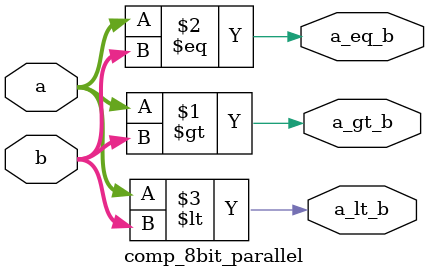
<source format=v>
module comp_8bit_parallel(
    input [7:0] a,b,
    output a_gt_b,  // a lon hon b
    output a_eq_b,  // a bang b
    output a_lt_b   // a nho hon b
);

assign a_gt_b = (a>b);
assign a_eq_b = (a==b);
assign a_lt_b = (a<b);

endmodule
</source>
